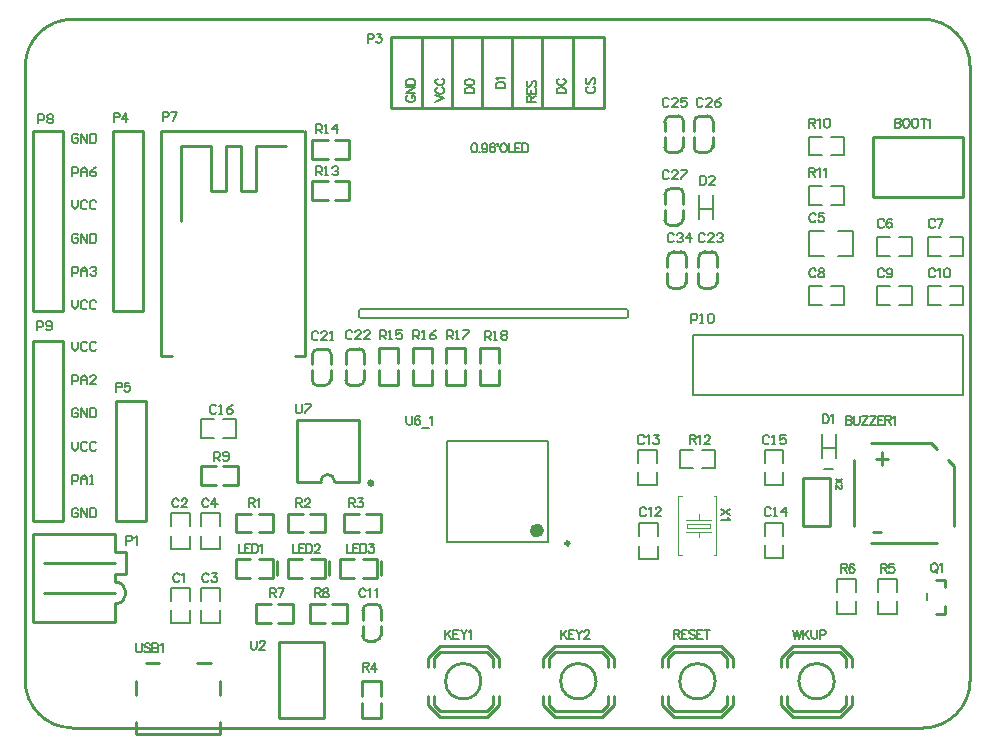
<source format=gto>
G04*
G04 #@! TF.GenerationSoftware,Altium Limited,Altium Designer,18.1.9 (240)*
G04*
G04 Layer_Color=65535*
%FSLAX25Y25*%
%MOIN*%
G70*
G01*
G75*
%ADD10C,0.01000*%
%ADD11C,0.02362*%
%ADD12C,0.01181*%
%ADD13C,0.00984*%
%ADD14C,0.00787*%
%ADD15C,0.00400*%
%ADD16C,0.00394*%
%ADD17C,0.00787*%
%ADD18C,0.00600*%
D10*
X103638Y83238D02*
G03*
X98992Y83238I-2323J176D01*
G01*
X116474Y82844D02*
G03*
X116474Y82844I-750J0D01*
G01*
X152440Y16786D02*
G03*
X152440Y16786I-5912J0D01*
G01*
X190823D02*
G03*
X190823Y16786I-5912J0D01*
G01*
X230521Y16786D02*
G03*
X230521Y16786I-5912J0D01*
G01*
X270219Y16786D02*
G03*
X270219Y16786I-5912J0D01*
G01*
X30520Y42575D02*
G03*
X30520Y49858I-60J3641D01*
G01*
X109228Y83198D02*
X111787Y83199D01*
X103638D02*
X109228D01*
X93480D02*
X98992D01*
X90960Y83198D02*
Y103946D01*
X111787D01*
Y83199D02*
Y103946D01*
X90960Y83199D02*
X93480D01*
X304005Y50662D02*
X307214D01*
Y48064D02*
Y50662D01*
Y39166D02*
Y41764D01*
Y39166D02*
Y41764D01*
Y39166D02*
Y41764D01*
X304005Y39166D02*
X307214D01*
X46039Y200039D02*
X93283D01*
X45839Y125236D02*
Y200039D01*
Y125236D02*
X49339D01*
X93839D02*
Y200039D01*
X90339Y125236D02*
X93839D01*
X77339Y195236D02*
X87339D01*
X77339Y180236D02*
Y195236D01*
X72339Y180236D02*
X77339D01*
X72339D02*
Y195236D01*
X67339D02*
X72339D01*
X67339Y180236D02*
Y195236D01*
X62339Y180236D02*
X67339D01*
X62339D02*
Y195236D01*
X52339D02*
X62339D01*
X52339Y170236D02*
Y195236D01*
X122557Y231551D02*
X193423D01*
X122557Y207929D02*
X193423D01*
X122557D02*
Y231551D01*
X193423Y207929D02*
Y231551D01*
X182992Y207929D02*
Y231550D01*
X172913Y207929D02*
Y231550D01*
X162913Y207929D02*
Y231550D01*
X152913Y207929D02*
Y231550D01*
X142913Y207929D02*
Y231550D01*
X132913Y207929D02*
Y231550D01*
X136677Y8918D02*
Y11945D01*
Y21639D02*
Y24666D01*
Y8918D02*
X138646Y6949D01*
X154394D01*
X156362Y8918D01*
Y11945D01*
Y21639D02*
Y24666D01*
X154394Y26634D02*
X156362Y24666D01*
X138646Y26634D02*
X154394D01*
X134710Y8912D02*
X138650Y4982D01*
X154400D01*
X158330Y8912D01*
X154400Y28602D02*
X158330Y24662D01*
X140610Y28602D02*
X154400D01*
X158330Y21639D02*
Y24662D01*
Y8912D02*
Y11945D01*
X134710Y8912D02*
Y11945D01*
Y21639D02*
Y24242D01*
X138640Y28602D02*
X140610D01*
X134710Y24662D02*
X138640Y28602D01*
X136677Y24666D02*
X138646Y26634D01*
X175061Y8918D02*
Y11945D01*
Y21639D02*
Y24666D01*
Y8918D02*
X177029Y6949D01*
X192777D01*
X194746Y8918D01*
Y11945D01*
Y21639D02*
Y24666D01*
X192777Y26634D02*
X194746Y24666D01*
X177029Y26634D02*
X192777D01*
X173093Y8912D02*
X177033Y4982D01*
X192783D01*
X196713Y8912D01*
X192783Y28602D02*
X196713Y24662D01*
X178993Y28602D02*
X192783D01*
X196713Y21639D02*
Y24662D01*
Y8912D02*
Y11945D01*
X173093Y8912D02*
Y11945D01*
Y21639D02*
Y24242D01*
X177023Y28602D02*
X178993D01*
X173093Y24662D02*
X177023Y28602D01*
X175061Y24666D02*
X177029Y26634D01*
X214759Y8918D02*
Y11945D01*
Y21639D02*
Y24666D01*
Y8918D02*
X216727Y6949D01*
X232475D01*
X234444Y8918D01*
Y11945D01*
Y21639D02*
Y24666D01*
X232475Y26634D02*
X234444Y24666D01*
X216727Y26634D02*
X232475D01*
X212791Y8912D02*
X216731Y4982D01*
X232481D01*
X236411Y8912D01*
X232481Y28602D02*
X236411Y24662D01*
X218691Y28602D02*
X232481D01*
X236411Y21639D02*
Y24662D01*
Y8912D02*
Y11945D01*
X212791Y8912D02*
Y11945D01*
Y21639D02*
Y24242D01*
X216721Y28602D02*
X218691D01*
X212791Y24662D02*
X216721Y28602D01*
X214759Y24666D02*
X216727Y26634D01*
X254457Y8918D02*
Y11945D01*
Y21639D02*
Y24666D01*
Y8918D02*
X256425Y6949D01*
X272173D01*
X274142Y8918D01*
Y11945D01*
Y21639D02*
Y24666D01*
X272173Y26634D02*
X274142Y24666D01*
X256425Y26634D02*
X272173D01*
X252489Y8912D02*
X256429Y4982D01*
X272179D01*
X276109Y8912D01*
X272179Y28602D02*
X276109Y24662D01*
X258389Y28602D02*
X272179D01*
X276109Y21639D02*
Y24662D01*
Y8912D02*
Y11945D01*
X252489Y8912D02*
Y11945D01*
Y21639D02*
Y24242D01*
X256419Y28602D02*
X258389D01*
X252489Y24662D02*
X256419Y28602D01*
X254457Y24666D02*
X256425Y26634D01*
X65594Y12261D02*
Y16937D01*
Y-656D02*
Y3355D01*
X37445Y12261D02*
Y16937D01*
Y-656D02*
Y3355D01*
X40688Y23006D02*
X45252D01*
X57787D02*
X62351D01*
X37445Y-656D02*
X65594D01*
X283089Y66482D02*
X285689D01*
X302389Y96215D02*
X304393Y94202D01*
X282466Y96215D02*
X302389Y96215D01*
X282466Y62750D02*
X304513D01*
X310189Y88382D02*
X310222Y68459D01*
X276757D02*
Y90506D01*
X308194Y90386D02*
X310189Y88382D01*
X284089Y90882D02*
X288089D01*
X285989Y88782D02*
Y93083D01*
X30520Y59897D02*
X34260D01*
Y52614D02*
Y59897D01*
X30520Y52614D02*
X34260D01*
X30520Y59897D02*
Y66000D01*
Y49858D02*
Y51236D01*
Y52614D01*
Y36472D02*
Y42575D01*
X6898Y56354D02*
X30520D01*
X6898Y46118D02*
X30520D01*
X2961Y36472D02*
Y66000D01*
Y36472D02*
X30520D01*
X2961Y66000D02*
X30520D01*
X39878Y140252D02*
Y190252D01*
X29878Y140252D02*
X39878D01*
X29878D02*
Y200252D01*
X39878D01*
Y190252D02*
Y200252D01*
X2961Y80236D02*
Y130236D01*
X12961D01*
Y70236D02*
Y130236D01*
X2961Y70236D02*
X12961D01*
X2961D02*
Y80236D01*
X12961Y140252D02*
Y190252D01*
X2961Y140252D02*
X12961D01*
X2961D02*
Y200252D01*
X12961D01*
Y190252D02*
Y200252D01*
X30760Y70236D02*
X40760D01*
Y110236D01*
X30760D02*
X40760D01*
X30760Y70236D02*
Y110236D01*
X284074Y178236D02*
X313074D01*
X283074D02*
X284074D01*
X283074D02*
Y179236D01*
Y198236D01*
X313074Y178236D02*
Y198236D01*
X283074D02*
X313074D01*
X268620Y68492D02*
Y84492D01*
X259620Y68492D02*
X268620D01*
X259620D02*
Y84492D01*
X268620D01*
X100098Y4531D02*
Y29728D01*
X85138Y4531D02*
X100098D01*
X85138D02*
Y29728D01*
X100098D01*
X299720Y1236D02*
G03*
X315480Y16978I9J15751D01*
G01*
X315480Y221709D02*
G03*
X299720Y237457I-15754J-6D01*
G01*
X16319D02*
G03*
X520Y221709I-26J-15774D01*
G01*
X520Y16937D02*
G03*
X16268Y1236I15725J23D01*
G01*
X520Y16937D02*
Y221709D01*
X16319Y237457D02*
X299720D01*
X315480Y16978D02*
Y222236D01*
X16268Y1236D02*
X299720D01*
D11*
X169910Y66986D02*
G03*
X169910Y67006I1181J10D01*
G01*
D12*
X180640Y62656D02*
G03*
X180640Y62666I591J5D01*
G01*
D13*
X213681Y194638D02*
G03*
X215281Y193038I1600J0D01*
G01*
X217781D02*
G03*
X219881Y195138I0J2100D01*
G01*
Y203638D02*
G03*
X218281Y205238I-1600J0D01*
G01*
X215781D02*
G03*
X213681Y203138I0J-2100D01*
G01*
X223469Y194638D02*
G03*
X225069Y193038I1600J0D01*
G01*
X227570D02*
G03*
X229669Y195138I0J2100D01*
G01*
Y203638D02*
G03*
X228069Y205238I-1600J0D01*
G01*
X225570D02*
G03*
X223469Y203138I0J-2100D01*
G01*
X213681Y170455D02*
G03*
X215281Y168855I1600J0D01*
G01*
X217781D02*
G03*
X219881Y170955I0J2100D01*
G01*
Y179455D02*
G03*
X218281Y181055I-1600J0D01*
G01*
X215781D02*
G03*
X213681Y178955I0J-2100D01*
G01*
X96218Y116976D02*
G03*
X97817Y115376I1600J0D01*
G01*
X100318D02*
G03*
X102418Y117476I0J2100D01*
G01*
Y125976D02*
G03*
X100818Y127576I-1600J0D01*
G01*
X98317D02*
G03*
X96218Y125476I0J-2100D01*
G01*
X113593Y125976D02*
G03*
X111993Y127576I-1600J0D01*
G01*
X109493D02*
G03*
X107393Y125476I0J-2100D01*
G01*
Y116976D02*
G03*
X108993Y115376I1600J0D01*
G01*
X111493D02*
G03*
X113593Y117476I0J2100D01*
G01*
X214604Y149373D02*
G03*
X216204Y147774I1600J0D01*
G01*
X218704D02*
G03*
X220804Y149873I0J2100D01*
G01*
Y158373D02*
G03*
X219204Y159974I-1600J0D01*
G01*
X216704D02*
G03*
X214604Y157873I0J-2100D01*
G01*
X224949Y149373D02*
G03*
X226549Y147774I1600J0D01*
G01*
X229048D02*
G03*
X231149Y149873I0J2100D01*
G01*
Y158373D02*
G03*
X229549Y159974I-1600J0D01*
G01*
X227048D02*
G03*
X224949Y157873I0J-2100D01*
G01*
X119172Y40840D02*
G03*
X117572Y42440I-1600J0D01*
G01*
X115072D02*
G03*
X112972Y40340I0J-2100D01*
G01*
Y31840D02*
G03*
X114572Y30240I1600J0D01*
G01*
X117072D02*
G03*
X119172Y32340I0J2100D01*
G01*
X101236Y190989D02*
X101298D01*
X96266D02*
X101236D01*
X96266D02*
Y197289D01*
X101298D01*
X103668Y190989D02*
X108605D01*
Y197289D01*
X103668D02*
X108605D01*
X66560Y88386D02*
X71497D01*
Y82086D02*
Y88386D01*
X66560Y82086D02*
X71497D01*
X59158Y88386D02*
X64190D01*
X59158Y82086D02*
Y88386D01*
Y82086D02*
X64128D01*
X64190D01*
X152094Y122778D02*
Y127715D01*
X158394D01*
Y122778D02*
Y127715D01*
X152094Y115376D02*
Y120408D01*
Y115376D02*
X158394D01*
Y120346D01*
Y120408D01*
X213681Y198038D02*
Y198138D01*
Y194638D02*
Y198038D01*
X215281Y193038D02*
X217981D01*
X219881Y194938D02*
Y198138D01*
Y200138D02*
Y200238D01*
Y203638D01*
X215581Y205238D02*
X218281D01*
X213681Y200138D02*
Y203338D01*
X223470Y198038D02*
Y198138D01*
Y194638D02*
Y198038D01*
X225070Y193038D02*
X227770D01*
X229670Y194938D02*
Y198138D01*
Y200138D02*
Y200238D01*
Y203638D01*
X225370Y205238D02*
X228070D01*
X223470Y200138D02*
Y203338D01*
X213681Y173855D02*
Y173955D01*
Y170455D02*
Y173855D01*
X215281Y168855D02*
X217981D01*
X219881Y170755D02*
Y173955D01*
Y175955D02*
Y176055D01*
Y179455D01*
X215581Y181055D02*
X218281D01*
X213681Y175955D02*
Y179155D01*
X96217Y120376D02*
Y120476D01*
Y116976D02*
Y120376D01*
X97817Y115376D02*
X100517D01*
X102417Y117276D02*
Y120476D01*
Y122476D02*
Y122576D01*
Y125976D01*
X98117Y127576D02*
X100817D01*
X96217Y122476D02*
Y125676D01*
X103668Y183520D02*
X108605D01*
Y177220D02*
Y183520D01*
X103668Y177220D02*
X108605D01*
X96266Y183520D02*
X101298D01*
X96266Y177220D02*
Y183520D01*
Y177220D02*
X101236D01*
X101298D01*
X118568Y122778D02*
Y127715D01*
X124868D01*
Y122778D02*
Y127715D01*
X118568Y115376D02*
Y120408D01*
Y115376D02*
X124868D01*
Y120346D01*
Y120408D01*
X113593Y122476D02*
Y122576D01*
Y125976D01*
X109293Y127576D02*
X111993D01*
X107393Y122476D02*
Y125676D01*
Y120376D02*
Y120476D01*
Y116976D02*
Y120376D01*
X108993Y115376D02*
X111693D01*
X113593Y117276D02*
Y120476D01*
X140919Y122778D02*
Y127715D01*
X147219D01*
Y122778D02*
Y127715D01*
X140919Y115376D02*
Y120408D01*
Y115376D02*
X147219D01*
Y120346D01*
Y120408D01*
X129743Y122778D02*
Y127715D01*
X136043D01*
Y122778D02*
Y127715D01*
X129743Y115376D02*
Y120408D01*
Y115376D02*
X136043D01*
Y120346D01*
Y120408D01*
X214604Y152774D02*
Y152874D01*
Y149374D02*
Y152774D01*
X216204Y147774D02*
X218904D01*
X220804Y149674D02*
Y152874D01*
Y154874D02*
Y154974D01*
Y158374D01*
X216504Y159974D02*
X219204D01*
X214604Y154874D02*
Y158074D01*
X224949Y152774D02*
Y152874D01*
Y149374D02*
Y152774D01*
X226549Y147774D02*
X229249D01*
X231149Y149674D02*
Y152874D01*
Y154874D02*
Y154974D01*
Y158374D01*
X226849Y159974D02*
X229549D01*
X224949Y154874D02*
Y158074D01*
X78301Y72688D02*
X83238D01*
Y66388D02*
Y72688D01*
X78301Y66388D02*
X83238D01*
X70899Y72688D02*
X75931D01*
X70899Y66388D02*
Y72688D01*
Y66388D02*
X75869D01*
X75931D01*
X88217D02*
X93154D01*
X88217D02*
Y72688D01*
X93154D01*
X95524Y66388D02*
X100556D01*
Y72688D01*
X95586D02*
X100556D01*
X95524D02*
X95586D01*
X114235D02*
X119172D01*
Y66388D02*
Y72688D01*
X114235Y66388D02*
X119172D01*
X106833Y72688D02*
X111865D01*
X106833Y66388D02*
Y72688D01*
Y66388D02*
X111803D01*
X111865D01*
X112872Y11925D02*
Y16862D01*
X119172D01*
Y11925D02*
Y16862D01*
X112872Y4523D02*
Y9555D01*
Y4523D02*
X119172D01*
Y9493D01*
Y9555D01*
X84771Y42440D02*
X89708D01*
Y36140D02*
Y42440D01*
X84771Y36140D02*
X89708D01*
X77369Y42440D02*
X82401D01*
X77369Y36140D02*
Y42440D01*
Y36140D02*
X82339D01*
X82401D01*
X95370D02*
X100307D01*
X95370D02*
Y42440D01*
X100307D01*
X102677Y36140D02*
X107709D01*
Y42440D01*
X102739D02*
X107709D01*
X102677D02*
X102739D01*
X84537Y52250D02*
Y56850D01*
X70899Y51321D02*
X75462D01*
X70899D02*
Y57621D01*
X75462D01*
X78612Y51321D02*
X83238D01*
Y57621D01*
X78815D02*
X83238D01*
X78612D02*
X78815D01*
X101855Y52250D02*
Y56850D01*
X88217Y51321D02*
X92780D01*
X88217D02*
Y57621D01*
X92780D01*
X95930Y51321D02*
X100556D01*
Y57621D01*
X96133D02*
X100556D01*
X95930D02*
X96133D01*
X119172Y52250D02*
Y56850D01*
X105534Y51321D02*
X110097D01*
X105534D02*
Y57621D01*
X110097D01*
X113247Y51321D02*
X117873D01*
Y57621D01*
X113450D02*
X117873D01*
X113247D02*
X113450D01*
X119172Y37340D02*
Y37440D01*
Y40840D01*
X114872Y42440D02*
X117572D01*
X112972Y37340D02*
Y40540D01*
Y35240D02*
Y35340D01*
Y31840D02*
Y35240D01*
X114572Y30240D02*
X117272D01*
X119172Y32140D02*
Y35340D01*
D14*
X301112Y43733D02*
Y46095D01*
X291071Y39059D02*
Y43390D01*
X288708Y39059D02*
X291071D01*
X284771D02*
X288708D01*
X284771D02*
Y43390D01*
X291071Y46539D02*
Y50870D01*
X284771D02*
X291071D01*
X284771Y46539D02*
Y50870D01*
X211142Y82200D02*
Y86531D01*
X208779Y82200D02*
X211142D01*
X204842D02*
X208779D01*
X204842D02*
Y86531D01*
X211142Y89680D02*
Y94011D01*
X204842D02*
X211142D01*
X204842Y89680D02*
Y94011D01*
X218642Y87711D02*
X222973D01*
X218642D02*
Y90074D01*
Y94011D01*
X222973D01*
X226122Y87711D02*
X230453D01*
Y94011D01*
X226122D02*
X230453D01*
X253270Y82200D02*
Y86531D01*
X250907Y82200D02*
X253270D01*
X246970D02*
X250907D01*
X246970D02*
Y86531D01*
X253270Y89680D02*
Y94011D01*
X246970D02*
X253270D01*
X246970Y89680D02*
Y94011D01*
Y65184D02*
Y69515D01*
X249333D01*
X253270D01*
Y65184D02*
Y69515D01*
X246970Y57704D02*
Y62035D01*
Y57704D02*
X253270D01*
Y62035D01*
X141268Y63244D02*
X174732D01*
Y96709D01*
X141268D02*
X174732D01*
X141268Y63244D02*
Y96709D01*
X270992Y46539D02*
Y50870D01*
X277292D01*
Y46539D02*
Y50870D01*
X270992Y39059D02*
Y43390D01*
Y39059D02*
X274929D01*
X277292D01*
Y43390D01*
X59060Y97753D02*
X63391D01*
X59060D02*
Y104053D01*
X63391D01*
X66540Y97753D02*
X70871D01*
Y101690D01*
Y104053D01*
X66540D02*
X70871D01*
X225208Y174172D02*
X229932D01*
X225208Y170826D02*
Y178700D01*
X229932Y170826D02*
Y178700D01*
X266158Y94640D02*
X270882D01*
X266158Y91294D02*
Y99168D01*
X270882Y91294D02*
Y99168D01*
X55360Y36042D02*
Y40373D01*
X49060Y36042D02*
X55360D01*
X49060D02*
Y40373D01*
X55360Y43522D02*
Y47853D01*
X51423D02*
X55360D01*
X49060D02*
X51423D01*
X49060Y43522D02*
Y47853D01*
X55360Y60976D02*
Y65307D01*
X49060Y60976D02*
X55360D01*
X49060D02*
Y65307D01*
X55360Y68456D02*
Y72787D01*
X51423D02*
X55360D01*
X49060D02*
X51423D01*
X49060Y68456D02*
Y72787D01*
X308850Y148386D02*
X313181D01*
Y142086D02*
Y148386D01*
X308850Y142086D02*
X313181D01*
X301370Y148386D02*
X305701D01*
X301370Y144449D02*
Y148386D01*
Y142086D02*
Y144449D01*
Y142086D02*
X305701D01*
X291864Y164956D02*
X296195D01*
Y158656D02*
Y164956D01*
X291864Y158656D02*
X296195D01*
X284384Y164956D02*
X288715D01*
X284384Y161019D02*
Y164956D01*
Y158656D02*
Y161019D01*
Y158656D02*
X288715D01*
X205150Y65174D02*
Y69505D01*
X211450D01*
Y65174D02*
Y69505D01*
X205150Y57694D02*
Y62025D01*
Y57694D02*
X209087D01*
X211450D01*
Y62025D01*
X65408Y36042D02*
Y40373D01*
X59108Y36042D02*
X65408D01*
X59108D02*
Y40373D01*
X65408Y43522D02*
Y47853D01*
X61471D02*
X65408D01*
X59108D02*
X61471D01*
X59108Y43522D02*
Y47853D01*
X65360Y60976D02*
Y65307D01*
X59060Y60976D02*
X65360D01*
X59060D02*
Y65307D01*
X65360Y68456D02*
Y72787D01*
X61423D02*
X65360D01*
X59060D02*
X61423D01*
X59060Y68456D02*
Y72787D01*
X269233Y148386D02*
X273564D01*
Y142086D02*
Y148386D01*
X269233Y142086D02*
X273564D01*
X261753Y148386D02*
X266084D01*
X261753Y144449D02*
Y148386D01*
Y142086D02*
Y144449D01*
Y142086D02*
X266084D01*
X269233Y198343D02*
X273564D01*
Y192043D02*
Y198343D01*
X269233Y192043D02*
X273564D01*
X261753Y198343D02*
X266084D01*
X261753Y194406D02*
Y198343D01*
Y192043D02*
Y194406D01*
Y192043D02*
X266084D01*
X269233Y181805D02*
X273564D01*
Y175505D02*
Y181805D01*
X269233Y175505D02*
X273564D01*
X261753Y181805D02*
X266084D01*
X261753Y177868D02*
Y181805D01*
Y175505D02*
Y177868D01*
Y175505D02*
X266084D01*
X308850Y164956D02*
X313181D01*
Y158656D02*
Y164956D01*
X308850Y158656D02*
X313181D01*
X301370Y164956D02*
X305701D01*
X301370Y161019D02*
Y164956D01*
Y158656D02*
Y161019D01*
Y158656D02*
X305701D01*
X291864Y148386D02*
X296195D01*
Y142086D02*
Y148386D01*
X291864Y142086D02*
X296195D01*
X284384Y148386D02*
X288715D01*
X284384Y144449D02*
Y148386D01*
Y142086D02*
Y144449D01*
Y142086D02*
X288715D01*
X223181Y132300D02*
X313181D01*
X223181Y112300D02*
X313181D01*
Y132300D01*
X223181Y112300D02*
Y132300D01*
D15*
X218111Y78664D02*
X219353D01*
X230021D02*
X230785D01*
X218111Y58974D02*
X219349D01*
X230017D02*
X230785D01*
Y78664D01*
X218111Y58988D02*
Y78668D01*
D16*
X225116Y65019D02*
Y66200D01*
X220785Y66594D02*
X229053D01*
X228659Y67775D02*
Y69350D01*
X221179Y67775D02*
X228659D01*
X221179D02*
Y69350D01*
X228659D01*
X220785Y70531D02*
X229053D01*
X225116Y70924D02*
Y72499D01*
D17*
X271407Y158656D02*
X276604D01*
Y166806D01*
X271407D02*
X276604D01*
X261753Y158656D02*
X266950D01*
X261753D02*
Y166806D01*
X266950D01*
D18*
X18263Y107251D02*
X17763Y107751D01*
X16764D01*
X16264Y107251D01*
Y105252D01*
X16764Y104752D01*
X17763D01*
X18263Y105252D01*
Y106251D01*
X17264D01*
X19263Y104752D02*
Y107751D01*
X21262Y104752D01*
Y107751D01*
X22262D02*
Y104752D01*
X23761D01*
X24261Y105252D01*
Y107251D01*
X23761Y107751D01*
X22262D01*
X16264Y143801D02*
Y141802D01*
X17264Y140802D01*
X18263Y141802D01*
Y143801D01*
X21262Y143301D02*
X20762Y143801D01*
X19763D01*
X19263Y143301D01*
Y141302D01*
X19763Y140802D01*
X20762D01*
X21262Y141302D01*
X24261Y143301D02*
X23761Y143801D01*
X22762D01*
X22262Y143301D01*
Y141302D01*
X22762Y140802D01*
X23761D01*
X24261Y141302D01*
X16264Y82561D02*
Y85560D01*
X17763D01*
X18263Y85061D01*
Y84061D01*
X17763Y83561D01*
X16264D01*
X19263Y82561D02*
Y84561D01*
X20263Y85560D01*
X21262Y84561D01*
Y82561D01*
Y84061D01*
X19263D01*
X22262Y82561D02*
X23261D01*
X22762D01*
Y85560D01*
X22262Y85061D01*
X16264Y129941D02*
Y127942D01*
X17264Y126942D01*
X18263Y127942D01*
Y129941D01*
X21262Y129441D02*
X20762Y129941D01*
X19763D01*
X19263Y129441D01*
Y127442D01*
X19763Y126942D01*
X20762D01*
X21262Y127442D01*
X24261Y129441D02*
X23761Y129941D01*
X22762D01*
X22262Y129441D01*
Y127442D01*
X22762Y126942D01*
X23761D01*
X24261Y127442D01*
X16264Y96656D02*
Y94656D01*
X17264Y93656D01*
X18263Y94656D01*
Y96656D01*
X21262Y96156D02*
X20762Y96656D01*
X19763D01*
X19263Y96156D01*
Y94156D01*
X19763Y93656D01*
X20762D01*
X21262Y94156D01*
X24261Y96156D02*
X23761Y96656D01*
X22762D01*
X22262Y96156D01*
Y94156D01*
X22762Y93656D01*
X23761D01*
X24261Y94156D01*
X16264Y115847D02*
Y118846D01*
X17763D01*
X18263Y118346D01*
Y117347D01*
X17763Y116847D01*
X16264D01*
X19263Y115847D02*
Y117846D01*
X20263Y118846D01*
X21262Y117846D01*
Y115847D01*
Y117347D01*
X19263D01*
X24261Y115847D02*
X22262D01*
X24261Y117846D01*
Y118346D01*
X23761Y118846D01*
X22762D01*
X22262Y118346D01*
X16264Y177086D02*
Y175087D01*
X17264Y174087D01*
X18263Y175087D01*
Y177086D01*
X21262Y176587D02*
X20762Y177086D01*
X19763D01*
X19263Y176587D01*
Y174587D01*
X19763Y174087D01*
X20762D01*
X21262Y174587D01*
X24261Y176587D02*
X23761Y177086D01*
X22762D01*
X22262Y176587D01*
Y174587D01*
X22762Y174087D01*
X23761D01*
X24261Y174587D01*
X18263Y198777D02*
X17763Y199277D01*
X16764D01*
X16264Y198777D01*
Y196778D01*
X16764Y196278D01*
X17763D01*
X18263Y196778D01*
Y197777D01*
X17264D01*
X19263Y196278D02*
Y199277D01*
X21262Y196278D01*
Y199277D01*
X22262D02*
Y196278D01*
X23761D01*
X24261Y196778D01*
Y198777D01*
X23761Y199277D01*
X22262D01*
X16264Y151897D02*
Y154896D01*
X17763D01*
X18263Y154396D01*
Y153396D01*
X17763Y152897D01*
X16264D01*
X19263Y151897D02*
Y153896D01*
X20263Y154896D01*
X21262Y153896D01*
Y151897D01*
Y153396D01*
X19263D01*
X22262Y154396D02*
X22762Y154896D01*
X23761D01*
X24261Y154396D01*
Y153896D01*
X23761Y153396D01*
X23261D01*
X23761D01*
X24261Y152897D01*
Y152397D01*
X23761Y151897D01*
X22762D01*
X22262Y152397D01*
X269920Y87412D02*
X266921D01*
X18263Y165491D02*
X17763Y165991D01*
X16764D01*
X16264Y165491D01*
Y163492D01*
X16764Y162992D01*
X17763D01*
X18263Y163492D01*
Y164492D01*
X17264D01*
X19263Y162992D02*
Y165991D01*
X21262Y162992D01*
Y165991D01*
X22262D02*
Y162992D01*
X23761D01*
X24261Y163492D01*
Y165491D01*
X23761Y165991D01*
X22262D01*
X16264Y185183D02*
Y188182D01*
X17763D01*
X18263Y187682D01*
Y186682D01*
X17763Y186182D01*
X16264D01*
X19263Y185183D02*
Y187182D01*
X20263Y188182D01*
X21262Y187182D01*
Y185183D01*
Y186682D01*
X19263D01*
X24261Y188182D02*
X23261Y187682D01*
X22262Y186682D01*
Y185682D01*
X22762Y185183D01*
X23761D01*
X24261Y185682D01*
Y186182D01*
X23761Y186682D01*
X22262D01*
X18263Y73965D02*
X17763Y74465D01*
X16764D01*
X16264Y73965D01*
Y71966D01*
X16764Y71466D01*
X17763D01*
X18263Y71966D01*
Y72966D01*
X17264D01*
X19263Y71466D02*
Y74465D01*
X21262Y71466D01*
Y74465D01*
X22262D02*
Y71466D01*
X23761D01*
X24261Y71966D01*
Y73965D01*
X23761Y74465D01*
X22262D01*
X149999Y196037D02*
X149570Y195894D01*
X149285Y195466D01*
X149142Y194752D01*
Y194323D01*
X149285Y193609D01*
X149570Y193180D01*
X149999Y193038D01*
X150285D01*
X150713Y193180D01*
X150999Y193609D01*
X151142Y194323D01*
Y194752D01*
X150999Y195466D01*
X150713Y195894D01*
X150285Y196037D01*
X149999D01*
X151956Y193323D02*
X151813Y193180D01*
X151956Y193038D01*
X152098Y193180D01*
X151956Y193323D01*
X154612Y195037D02*
X154469Y194609D01*
X154184Y194323D01*
X153755Y194180D01*
X153612D01*
X153184Y194323D01*
X152898Y194609D01*
X152755Y195037D01*
Y195180D01*
X152898Y195608D01*
X153184Y195894D01*
X153612Y196037D01*
X153755D01*
X154184Y195894D01*
X154469Y195608D01*
X154612Y195037D01*
Y194323D01*
X154469Y193609D01*
X154184Y193180D01*
X153755Y193038D01*
X153470D01*
X153041Y193180D01*
X152898Y193466D01*
X157140Y195608D02*
X156997Y195894D01*
X156569Y196037D01*
X156283D01*
X155855Y195894D01*
X155569Y195466D01*
X155426Y194752D01*
Y194037D01*
X155569Y193466D01*
X155855Y193180D01*
X156283Y193038D01*
X156426D01*
X156855Y193180D01*
X157140Y193466D01*
X157283Y193895D01*
Y194037D01*
X157140Y194466D01*
X156855Y194752D01*
X156426Y194894D01*
X156283D01*
X155855Y194752D01*
X155569Y194466D01*
X155426Y194037D01*
X158083Y195751D02*
X157940Y195894D01*
X158083Y196037D01*
X158226Y195894D01*
Y195608D01*
X158083Y195323D01*
X157940Y195180D01*
X159740Y196037D02*
X159454Y195894D01*
X159168Y195608D01*
X159026Y195323D01*
X158883Y194894D01*
Y194180D01*
X159026Y193752D01*
X159168Y193466D01*
X159454Y193180D01*
X159740Y193038D01*
X160311D01*
X160597Y193180D01*
X160882Y193466D01*
X161025Y193752D01*
X161168Y194180D01*
Y194894D01*
X161025Y195323D01*
X160882Y195608D01*
X160597Y195894D01*
X160311Y196037D01*
X159740D01*
X161868D02*
Y193038D01*
X163582D01*
X165767Y196037D02*
X163910D01*
Y193038D01*
X165767D01*
X163910Y194609D02*
X165053D01*
X166267Y196037D02*
Y193038D01*
Y196037D02*
X167267D01*
X167695Y195894D01*
X167981Y195608D01*
X168124Y195323D01*
X168266Y194894D01*
Y194180D01*
X168124Y193752D01*
X167981Y193466D01*
X167695Y193180D01*
X167267Y193038D01*
X166267D01*
X128143Y212038D02*
X127857Y211895D01*
X127572Y211610D01*
X127429Y211324D01*
Y210753D01*
X127572Y210467D01*
X127857Y210181D01*
X128143Y210038D01*
X128572Y209896D01*
X129286D01*
X129714Y210038D01*
X130000Y210181D01*
X130286Y210467D01*
X130428Y210753D01*
Y211324D01*
X130286Y211610D01*
X130000Y211895D01*
X129714Y212038D01*
X129286D01*
Y211324D02*
Y212038D01*
X127429Y212724D02*
X130428D01*
X127429D02*
X130428Y214723D01*
X127429D02*
X130428D01*
X127429Y215552D02*
X130428D01*
X127429D02*
Y216551D01*
X127572Y216980D01*
X127857Y217266D01*
X128143Y217408D01*
X128572Y217551D01*
X129286D01*
X129714Y217408D01*
X130000Y217266D01*
X130286Y216980D01*
X130428Y216551D01*
Y215552D01*
X137279Y209896D02*
X140278Y211038D01*
X137279Y212181D02*
X140278Y211038D01*
X137993Y214709D02*
X137707Y214566D01*
X137422Y214281D01*
X137279Y213995D01*
Y213423D01*
X137422Y213138D01*
X137707Y212852D01*
X137993Y212709D01*
X138422Y212566D01*
X139136D01*
X139564Y212709D01*
X139850Y212852D01*
X140136Y213138D01*
X140278Y213423D01*
Y213995D01*
X140136Y214281D01*
X139850Y214566D01*
X139564Y214709D01*
X137993Y217694D02*
X137707Y217551D01*
X137422Y217266D01*
X137279Y216980D01*
Y216409D01*
X137422Y216123D01*
X137707Y215837D01*
X137993Y215694D01*
X138422Y215552D01*
X139136D01*
X139564Y215694D01*
X139850Y215837D01*
X140136Y216123D01*
X140278Y216409D01*
Y216980D01*
X140136Y217266D01*
X139850Y217551D01*
X139564Y217694D01*
X147119Y212836D02*
X150118D01*
X147119D02*
Y213836D01*
X147262Y214264D01*
X147547Y214550D01*
X147833Y214692D01*
X148262Y214835D01*
X148976D01*
X149404Y214692D01*
X149690Y214550D01*
X149976Y214264D01*
X150118Y213836D01*
Y212836D01*
X147119Y216364D02*
X147262Y215935D01*
X147690Y215649D01*
X148405Y215507D01*
X148833D01*
X149547Y215649D01*
X149976Y215935D01*
X150118Y216364D01*
Y216649D01*
X149976Y217078D01*
X149547Y217363D01*
X148833Y217506D01*
X148405D01*
X147690Y217363D01*
X147262Y217078D01*
X147119Y216649D01*
Y216364D01*
X177629Y212836D02*
X180628D01*
X177629D02*
Y213836D01*
X177772Y214264D01*
X178058Y214550D01*
X178343Y214692D01*
X178772Y214835D01*
X179486D01*
X179914Y214692D01*
X180200Y214550D01*
X180486Y214264D01*
X180628Y213836D01*
Y212836D01*
X178343Y217649D02*
X178058Y217506D01*
X177772Y217220D01*
X177629Y216935D01*
Y216364D01*
X177772Y216078D01*
X178058Y215792D01*
X178343Y215649D01*
X178772Y215507D01*
X179486D01*
X179914Y215649D01*
X180200Y215792D01*
X180486Y216078D01*
X180628Y216364D01*
Y216935D01*
X180486Y217220D01*
X180200Y217506D01*
X179914Y217649D01*
X157459Y214626D02*
X160458D01*
X157459D02*
Y215626D01*
X157602Y216054D01*
X157887Y216340D01*
X158173Y216482D01*
X158602Y216625D01*
X159316D01*
X159744Y216482D01*
X160030Y216340D01*
X160316Y216054D01*
X160458Y215626D01*
Y214626D01*
X158030Y217297D02*
X157887Y217582D01*
X157459Y218011D01*
X160458D01*
X167789Y209896D02*
X170788D01*
X167789D02*
Y211181D01*
X167932Y211610D01*
X168075Y211752D01*
X168360Y211895D01*
X168646D01*
X168932Y211752D01*
X169074Y211610D01*
X169217Y211181D01*
Y209896D01*
Y210895D02*
X170788Y211895D01*
X167789Y214423D02*
Y212566D01*
X170788D01*
Y214423D01*
X169217Y212566D02*
Y213709D01*
X168218Y216923D02*
X167932Y216637D01*
X167789Y216209D01*
Y215637D01*
X167932Y215209D01*
X168218Y214923D01*
X168503D01*
X168789Y215066D01*
X168932Y215209D01*
X169074Y215494D01*
X169360Y216351D01*
X169503Y216637D01*
X169646Y216780D01*
X169931Y216923D01*
X170360D01*
X170646Y216637D01*
X170788Y216209D01*
Y215637D01*
X170646Y215209D01*
X170360Y214923D01*
X188183Y214978D02*
X187898Y214835D01*
X187612Y214550D01*
X187469Y214264D01*
Y213693D01*
X187612Y213407D01*
X187898Y213121D01*
X188183Y212979D01*
X188612Y212836D01*
X189326D01*
X189754Y212979D01*
X190040Y213121D01*
X190326Y213407D01*
X190468Y213693D01*
Y214264D01*
X190326Y214550D01*
X190040Y214835D01*
X189754Y214978D01*
X187898Y217820D02*
X187612Y217535D01*
X187469Y217106D01*
Y216535D01*
X187612Y216106D01*
X187898Y215821D01*
X188183D01*
X188469Y215964D01*
X188612Y216106D01*
X188754Y216392D01*
X189040Y217249D01*
X189183Y217535D01*
X189326Y217677D01*
X189611Y217820D01*
X190040D01*
X190326Y217535D01*
X190468Y217106D01*
Y216535D01*
X190326Y216106D01*
X190040Y215821D01*
X127520Y105236D02*
Y103093D01*
X127662Y102665D01*
X127948Y102379D01*
X128377Y102236D01*
X128662D01*
X129091Y102379D01*
X129376Y102665D01*
X129519Y103093D01*
Y105236D01*
X132062Y104807D02*
X131919Y105093D01*
X131490Y105236D01*
X131204D01*
X130776Y105093D01*
X130490Y104664D01*
X130348Y103950D01*
Y103236D01*
X130490Y102665D01*
X130776Y102379D01*
X131204Y102236D01*
X131347D01*
X131776Y102379D01*
X132062Y102665D01*
X132204Y103093D01*
Y103236D01*
X132062Y103665D01*
X131776Y103950D01*
X131347Y104093D01*
X131204D01*
X130776Y103950D01*
X130490Y103665D01*
X130348Y103236D01*
X132861Y101236D02*
X135146D01*
X135532Y104664D02*
X135818Y104807D01*
X136246Y105236D01*
Y102236D01*
X153653Y130628D02*
Y133627D01*
X155153D01*
X155653Y133127D01*
Y132128D01*
X155153Y131628D01*
X153653D01*
X154653D02*
X155653Y130628D01*
X156652D02*
X157652D01*
X157152D01*
Y133627D01*
X156652Y133127D01*
X159151D02*
X159651Y133627D01*
X160651D01*
X161151Y133127D01*
Y132627D01*
X160651Y132128D01*
X161151Y131628D01*
Y131128D01*
X160651Y130628D01*
X159651D01*
X159151Y131128D01*
Y131628D01*
X159651Y132128D01*
X159151Y132627D01*
Y133127D01*
X159651Y132128D02*
X160651D01*
X141020Y130804D02*
Y133803D01*
X142519D01*
X143019Y133303D01*
Y132303D01*
X142519Y131804D01*
X141020D01*
X142019D02*
X143019Y130804D01*
X144019D02*
X145018D01*
X144518D01*
Y133803D01*
X144019Y133303D01*
X146518Y133803D02*
X148517D01*
Y133303D01*
X146518Y131304D01*
Y130804D01*
X129820D02*
Y133803D01*
X131319D01*
X131819Y133303D01*
Y132303D01*
X131319Y131804D01*
X129820D01*
X130819D02*
X131819Y130804D01*
X132819D02*
X133818D01*
X133318D01*
Y133803D01*
X132819Y133303D01*
X137317Y133803D02*
X136318Y133303D01*
X135318Y132303D01*
Y131304D01*
X135818Y130804D01*
X136817D01*
X137317Y131304D01*
Y131804D01*
X136817Y132303D01*
X135318D01*
X118720Y130804D02*
Y133803D01*
X120219D01*
X120719Y133303D01*
Y132303D01*
X120219Y131804D01*
X118720D01*
X119719D02*
X120719Y130804D01*
X121719D02*
X122718D01*
X122219D01*
Y133803D01*
X121719Y133303D01*
X126217Y133803D02*
X124218D01*
Y132303D01*
X125217Y132803D01*
X125717D01*
X126217Y132303D01*
Y131304D01*
X125717Y130804D01*
X124718D01*
X124218Y131304D01*
X97436Y199504D02*
Y202503D01*
X98935D01*
X99435Y202003D01*
Y201003D01*
X98935Y200503D01*
X97436D01*
X98435D02*
X99435Y199504D01*
X100435D02*
X101434D01*
X100935D01*
Y202503D01*
X100435Y202003D01*
X104433Y199504D02*
Y202503D01*
X102934Y201003D01*
X104933D01*
X97436Y185386D02*
Y188384D01*
X98935D01*
X99435Y187885D01*
Y186885D01*
X98935Y186385D01*
X97436D01*
X98435D02*
X99435Y185386D01*
X100435D02*
X101434D01*
X100935D01*
Y188384D01*
X100435Y187885D01*
X102934D02*
X103434Y188384D01*
X104433D01*
X104933Y187885D01*
Y187385D01*
X104433Y186885D01*
X103934D01*
X104433D01*
X104933Y186385D01*
Y185885D01*
X104433Y185386D01*
X103434D01*
X102934Y185885D01*
X225420Y185303D02*
Y182304D01*
X226919D01*
X227419Y182804D01*
Y184803D01*
X226919Y185303D01*
X225420D01*
X230418Y182304D02*
X228419D01*
X230418Y184303D01*
Y184803D01*
X229918Y185303D01*
X228919D01*
X228419Y184803D01*
X216719Y165603D02*
X216219Y166103D01*
X215219D01*
X214720Y165603D01*
Y163604D01*
X215219Y163104D01*
X216219D01*
X216719Y163604D01*
X217719Y165603D02*
X218218Y166103D01*
X219218D01*
X219718Y165603D01*
Y165103D01*
X219218Y164603D01*
X218718D01*
X219218D01*
X219718Y164103D01*
Y163604D01*
X219218Y163104D01*
X218218D01*
X217719Y163604D01*
X222217Y163104D02*
Y166103D01*
X220718Y164603D01*
X222717D01*
X215004Y186645D02*
X214504Y187144D01*
X213505D01*
X213005Y186645D01*
Y184645D01*
X213505Y184145D01*
X214504D01*
X215004Y184645D01*
X218003Y184145D02*
X216004D01*
X218003Y186145D01*
Y186645D01*
X217503Y187144D01*
X216504D01*
X216004Y186645D01*
X219003Y187144D02*
X221002D01*
Y186645D01*
X219003Y184645D01*
Y184145D01*
X226429Y210705D02*
X225929Y211205D01*
X224929D01*
X224429Y210705D01*
Y208706D01*
X224929Y208206D01*
X225929D01*
X226429Y208706D01*
X229428Y208206D02*
X227428D01*
X229428Y210206D01*
Y210705D01*
X228928Y211205D01*
X227928D01*
X227428Y210705D01*
X232427Y211205D02*
X231427Y210705D01*
X230427Y209706D01*
Y208706D01*
X230927Y208206D01*
X231927D01*
X232427Y208706D01*
Y209206D01*
X231927Y209706D01*
X230427D01*
X215004Y210705D02*
X214504Y211205D01*
X213505D01*
X213005Y210705D01*
Y208706D01*
X213505Y208206D01*
X214504D01*
X215004Y208706D01*
X218003Y208206D02*
X216004D01*
X218003Y210206D01*
Y210705D01*
X217503Y211205D01*
X216504D01*
X216004Y210705D01*
X221002Y211205D02*
X219003D01*
Y209706D01*
X220002Y210206D01*
X220502D01*
X221002Y209706D01*
Y208706D01*
X220502Y208206D01*
X219503D01*
X219003Y208706D01*
X227019Y165603D02*
X226519Y166103D01*
X225519D01*
X225020Y165603D01*
Y163604D01*
X225519Y163104D01*
X226519D01*
X227019Y163604D01*
X230018Y163104D02*
X228019D01*
X230018Y165103D01*
Y165603D01*
X229518Y166103D01*
X228519D01*
X228019Y165603D01*
X231018D02*
X231518Y166103D01*
X232517D01*
X233017Y165603D01*
Y165103D01*
X232517Y164603D01*
X232017D01*
X232517D01*
X233017Y164103D01*
Y163604D01*
X232517Y163104D01*
X231518D01*
X231018Y163604D01*
X109519Y133203D02*
X109019Y133703D01*
X108019D01*
X107520Y133203D01*
Y131204D01*
X108019Y130704D01*
X109019D01*
X109519Y131204D01*
X112518Y130704D02*
X110519D01*
X112518Y132703D01*
Y133203D01*
X112018Y133703D01*
X111019D01*
X110519Y133203D01*
X115517Y130704D02*
X113518D01*
X115517Y132703D01*
Y133203D01*
X115017Y133703D01*
X114017D01*
X113518Y133203D01*
X98167Y132988D02*
X97667Y133488D01*
X96667D01*
X96167Y132988D01*
Y130989D01*
X96667Y130489D01*
X97667D01*
X98167Y130989D01*
X101166Y130489D02*
X99167D01*
X101166Y132488D01*
Y132988D01*
X100666Y133488D01*
X99666D01*
X99167Y132988D01*
X102165Y130489D02*
X103165D01*
X102665D01*
Y133488D01*
X102165Y132988D01*
X272660Y84304D02*
X270661Y82971D01*
X272660D02*
X270661Y84304D01*
Y80972D02*
Y82305D01*
X271994Y80972D01*
X272327D01*
X272660Y81305D01*
Y81971D01*
X272327Y82305D01*
X90755Y109153D02*
Y106654D01*
X91255Y106154D01*
X92254D01*
X92754Y106654D01*
Y109153D01*
X93754D02*
X95753D01*
Y108653D01*
X93754Y106654D01*
Y106154D01*
X63316Y90239D02*
Y93238D01*
X64815D01*
X65315Y92738D01*
Y91739D01*
X64815Y91239D01*
X63316D01*
X64315D02*
X65315Y90239D01*
X66315Y90739D02*
X66815Y90239D01*
X67814D01*
X68314Y90739D01*
Y92738D01*
X67814Y93238D01*
X66815D01*
X66315Y92738D01*
Y92239D01*
X66815Y91739D01*
X68314D01*
X64208Y108384D02*
X63709Y108884D01*
X62709D01*
X62209Y108384D01*
Y106385D01*
X62709Y105885D01*
X63709D01*
X64208Y106385D01*
X65208Y105885D02*
X66208D01*
X65708D01*
Y108884D01*
X65208Y108384D01*
X69707Y108884D02*
X68707Y108384D01*
X67707Y107385D01*
Y106385D01*
X68207Y105885D01*
X69207D01*
X69707Y106385D01*
Y106885D01*
X69207Y107385D01*
X67707D01*
X248490Y98358D02*
X247990Y98858D01*
X246991D01*
X246491Y98358D01*
Y96359D01*
X246991Y95859D01*
X247990D01*
X248490Y96359D01*
X249490Y95859D02*
X250490D01*
X249990D01*
Y98858D01*
X249490Y98358D01*
X253989Y98858D02*
X251989D01*
Y97358D01*
X252989Y97858D01*
X253489D01*
X253989Y97358D01*
Y96359D01*
X253489Y95859D01*
X252489D01*
X251989Y96359D01*
X248954Y74254D02*
X248454Y74754D01*
X247454D01*
X246954Y74254D01*
Y72255D01*
X247454Y71755D01*
X248454D01*
X248954Y72255D01*
X249953Y71755D02*
X250953D01*
X250453D01*
Y74754D01*
X249953Y74254D01*
X253952Y71755D02*
Y74754D01*
X252452Y73255D01*
X254452D01*
X222500Y136300D02*
Y139299D01*
X224000D01*
X224499Y138799D01*
Y137800D01*
X224000Y137300D01*
X222500D01*
X225499Y136300D02*
X226499D01*
X225999D01*
Y139299D01*
X225499Y138799D01*
X227998D02*
X228498Y139299D01*
X229498D01*
X229998Y138799D01*
Y136800D01*
X229498Y136300D01*
X228498D01*
X227998Y136800D01*
Y138799D01*
X286762Y153689D02*
X286619Y153975D01*
X286333Y154260D01*
X286048Y154403D01*
X285477D01*
X285191Y154260D01*
X284905Y153975D01*
X284762Y153689D01*
X284620Y153261D01*
Y152546D01*
X284762Y152118D01*
X284905Y151832D01*
X285191Y151547D01*
X285477Y151404D01*
X286048D01*
X286333Y151547D01*
X286619Y151832D01*
X286762Y152118D01*
X289461Y153403D02*
X289319Y152975D01*
X289033Y152689D01*
X288604Y152546D01*
X288462D01*
X288033Y152689D01*
X287748Y152975D01*
X287605Y153403D01*
Y153546D01*
X287748Y153975D01*
X288033Y154260D01*
X288462Y154403D01*
X288604D01*
X289033Y154260D01*
X289319Y153975D01*
X289461Y153403D01*
Y152689D01*
X289319Y151975D01*
X289033Y151547D01*
X288604Y151404D01*
X288319D01*
X287890Y151547D01*
X287748Y151832D01*
X303762Y170189D02*
X303619Y170475D01*
X303333Y170760D01*
X303048Y170903D01*
X302477D01*
X302191Y170760D01*
X301905Y170475D01*
X301762Y170189D01*
X301620Y169761D01*
Y169046D01*
X301762Y168618D01*
X301905Y168332D01*
X302191Y168047D01*
X302477Y167904D01*
X303048D01*
X303333Y168047D01*
X303619Y168332D01*
X303762Y168618D01*
X306604Y170903D02*
X305176Y167904D01*
X304605Y170903D02*
X306604D01*
X4323Y133771D02*
Y136770D01*
X5823D01*
X6323Y136271D01*
Y135271D01*
X5823Y134771D01*
X4323D01*
X7322Y134271D02*
X7822Y133771D01*
X8822D01*
X9322Y134271D01*
Y136271D01*
X8822Y136770D01*
X7822D01*
X7322Y136271D01*
Y135771D01*
X7822Y135271D01*
X9322D01*
X4859Y202766D02*
Y205765D01*
X6359D01*
X6859Y205265D01*
Y204265D01*
X6359Y203766D01*
X4859D01*
X7858Y205265D02*
X8358Y205765D01*
X9358D01*
X9858Y205265D01*
Y204765D01*
X9358Y204265D01*
X9858Y203766D01*
Y203266D01*
X9358Y202766D01*
X8358D01*
X7858Y203266D01*
Y203766D01*
X8358Y204265D01*
X7858Y204765D01*
Y205265D01*
X8358Y204265D02*
X9358D01*
X256429Y33893D02*
X257143Y30894D01*
X257857Y33893D02*
X257143Y30894D01*
X257857Y33893D02*
X258572Y30894D01*
X259286Y33893D02*
X258572Y30894D01*
X259886Y33893D02*
Y30894D01*
X261885Y33893D02*
X259886Y31893D01*
X260600Y32607D02*
X261885Y30894D01*
X262556Y33893D02*
Y31751D01*
X262699Y31322D01*
X262985Y31036D01*
X263413Y30894D01*
X263699D01*
X264127Y31036D01*
X264413Y31322D01*
X264556Y31751D01*
Y33893D01*
X265384Y32322D02*
X266670D01*
X267098Y32465D01*
X267241Y32607D01*
X267384Y32893D01*
Y33322D01*
X267241Y33607D01*
X267098Y33750D01*
X266670Y33893D01*
X265384D01*
Y30894D01*
X216731Y33893D02*
Y30894D01*
Y33893D02*
X218017D01*
X218445Y33750D01*
X218588Y33607D01*
X218731Y33322D01*
Y33036D01*
X218588Y32750D01*
X218445Y32607D01*
X218017Y32465D01*
X216731D01*
X217731D02*
X218731Y30894D01*
X221259Y33893D02*
X219402D01*
Y30894D01*
X221259D01*
X219402Y32465D02*
X220545D01*
X223758Y33465D02*
X223472Y33750D01*
X223044Y33893D01*
X222473D01*
X222044Y33750D01*
X221759Y33465D01*
Y33179D01*
X221901Y32893D01*
X222044Y32750D01*
X222330Y32607D01*
X223187Y32322D01*
X223472Y32179D01*
X223615Y32036D01*
X223758Y31751D01*
Y31322D01*
X223472Y31036D01*
X223044Y30894D01*
X222473D01*
X222044Y31036D01*
X221759Y31322D01*
X226286Y33893D02*
X224429D01*
Y30894D01*
X226286D01*
X224429Y32465D02*
X225572D01*
X227786Y33893D02*
Y30894D01*
X226786Y33893D02*
X228786D01*
X178993D02*
Y30894D01*
X180993Y33893D02*
X178993Y31893D01*
X179707Y32607D02*
X180993Y30894D01*
X183521Y33893D02*
X181664D01*
Y30894D01*
X183521D01*
X181664Y32465D02*
X182807D01*
X184021Y33893D02*
X185163Y32465D01*
Y30894D01*
X186306Y33893D02*
X185163Y32465D01*
X186834Y33179D02*
Y33322D01*
X186977Y33607D01*
X187120Y33750D01*
X187406Y33893D01*
X187977D01*
X188263Y33750D01*
X188405Y33607D01*
X188548Y33322D01*
Y33036D01*
X188405Y32750D01*
X188120Y32322D01*
X186691Y30894D01*
X188691D01*
X140610Y33893D02*
Y30894D01*
X142609Y33893D02*
X140610Y31893D01*
X141324Y32607D02*
X142609Y30894D01*
X145137Y33893D02*
X143280D01*
Y30894D01*
X145137D01*
X143280Y32465D02*
X144423D01*
X145637Y33893D02*
X146780Y32465D01*
Y30894D01*
X147922Y33893D02*
X146780Y32465D01*
X148308Y33322D02*
X148594Y33465D01*
X149022Y33893D01*
Y30894D01*
X235330Y74082D02*
X232331Y72082D01*
X235330D02*
X232331Y74082D01*
X234759Y71411D02*
X234902Y71126D01*
X235330Y70697D01*
X232331D01*
X37445Y29422D02*
Y27279D01*
X37588Y26851D01*
X37874Y26565D01*
X38302Y26422D01*
X38588D01*
X39016Y26565D01*
X39302Y26851D01*
X39445Y27279D01*
Y29422D01*
X42272Y28993D02*
X41987Y29279D01*
X41558Y29422D01*
X40987D01*
X40559Y29279D01*
X40273Y28993D01*
Y28708D01*
X40416Y28422D01*
X40559Y28279D01*
X40844Y28136D01*
X41701Y27851D01*
X41987Y27708D01*
X42130Y27565D01*
X42272Y27279D01*
Y26851D01*
X41987Y26565D01*
X41558Y26422D01*
X40987D01*
X40559Y26565D01*
X40273Y26851D01*
X42944Y29422D02*
Y26422D01*
Y29422D02*
X44229D01*
X44658Y29279D01*
X44801Y29136D01*
X44943Y28850D01*
Y28565D01*
X44801Y28279D01*
X44658Y28136D01*
X44229Y27994D01*
X42944D02*
X44229D01*
X44658Y27851D01*
X44801Y27708D01*
X44943Y27422D01*
Y26994D01*
X44801Y26708D01*
X44658Y26565D01*
X44229Y26422D01*
X42944D01*
X45615Y28850D02*
X45900Y28993D01*
X46329Y29422D01*
Y26422D01*
X75720Y30356D02*
Y28213D01*
X75862Y27785D01*
X76148Y27499D01*
X76577Y27356D01*
X76862D01*
X77291Y27499D01*
X77576Y27785D01*
X77719Y28213D01*
Y30356D01*
X78690Y29642D02*
Y29784D01*
X78833Y30070D01*
X78976Y30213D01*
X79262Y30356D01*
X79833D01*
X80119Y30213D01*
X80261Y30070D01*
X80404Y29784D01*
Y29499D01*
X80261Y29213D01*
X79976Y28784D01*
X78548Y27356D01*
X80547D01*
X222032Y98858D02*
Y95859D01*
Y98858D02*
X223317D01*
X223746Y98715D01*
X223889Y98572D01*
X224031Y98287D01*
Y98001D01*
X223889Y97716D01*
X223746Y97573D01*
X223317Y97430D01*
X222032D01*
X223032D02*
X224031Y95859D01*
X224703Y98287D02*
X224988Y98430D01*
X225417Y98858D01*
Y95859D01*
X227045Y98144D02*
Y98287D01*
X227188Y98572D01*
X227331Y98715D01*
X227616Y98858D01*
X228188D01*
X228473Y98715D01*
X228616Y98572D01*
X228759Y98287D01*
Y98001D01*
X228616Y97716D01*
X228331Y97287D01*
X226902Y95859D01*
X228902D01*
X261920Y187803D02*
Y184804D01*
Y187803D02*
X263205D01*
X263633Y187660D01*
X263776Y187517D01*
X263919Y187232D01*
Y186946D01*
X263776Y186661D01*
X263633Y186518D01*
X263205Y186375D01*
X261920D01*
X262919D02*
X263919Y184804D01*
X264591Y187232D02*
X264876Y187375D01*
X265305Y187803D01*
Y184804D01*
X266790Y187232D02*
X267076Y187375D01*
X267504Y187803D01*
Y184804D01*
X261920Y204303D02*
Y201304D01*
Y204303D02*
X263205D01*
X263633Y204160D01*
X263776Y204017D01*
X263919Y203732D01*
Y203446D01*
X263776Y203161D01*
X263633Y203018D01*
X263205Y202875D01*
X261920D01*
X262919D02*
X263919Y201304D01*
X264591Y203732D02*
X264876Y203875D01*
X265305Y204303D01*
Y201304D01*
X267647Y204303D02*
X267218Y204160D01*
X266933Y203732D01*
X266790Y203018D01*
Y202589D01*
X266933Y201875D01*
X267218Y201447D01*
X267647Y201304D01*
X267933D01*
X268361Y201447D01*
X268647Y201875D01*
X268790Y202589D01*
Y203018D01*
X268647Y203732D01*
X268361Y204160D01*
X267933Y204303D01*
X267647D01*
X97017Y47702D02*
Y44703D01*
Y47702D02*
X98302D01*
X98730Y47559D01*
X98873Y47417D01*
X99016Y47131D01*
Y46845D01*
X98873Y46560D01*
X98730Y46417D01*
X98302Y46274D01*
X97017D01*
X98016D02*
X99016Y44703D01*
X100402Y47702D02*
X99973Y47559D01*
X99830Y47274D01*
Y46988D01*
X99973Y46703D01*
X100259Y46560D01*
X100830Y46417D01*
X101259Y46274D01*
X101544Y45989D01*
X101687Y45703D01*
Y45274D01*
X101544Y44989D01*
X101401Y44846D01*
X100973Y44703D01*
X100402D01*
X99973Y44846D01*
X99830Y44989D01*
X99687Y45274D01*
Y45703D01*
X99830Y45989D01*
X100116Y46274D01*
X100544Y46417D01*
X101116Y46560D01*
X101401Y46703D01*
X101544Y46988D01*
Y47274D01*
X101401Y47559D01*
X100973Y47702D01*
X100402D01*
X82168D02*
Y44703D01*
Y47702D02*
X83454D01*
X83882Y47559D01*
X84025Y47417D01*
X84168Y47131D01*
Y46845D01*
X84025Y46560D01*
X83882Y46417D01*
X83454Y46274D01*
X82168D01*
X83168D02*
X84168Y44703D01*
X86839Y47702D02*
X85411Y44703D01*
X84839Y47702D02*
X86839D01*
X272491Y55886D02*
Y52887D01*
Y55886D02*
X273776D01*
X274204Y55743D01*
X274347Y55601D01*
X274490Y55315D01*
Y55029D01*
X274347Y54744D01*
X274204Y54601D01*
X273776Y54458D01*
X272491D01*
X273490D02*
X274490Y52887D01*
X276875Y55458D02*
X276732Y55743D01*
X276304Y55886D01*
X276018D01*
X275590Y55743D01*
X275304Y55315D01*
X275161Y54601D01*
Y53887D01*
X275304Y53316D01*
X275590Y53030D01*
X276018Y52887D01*
X276161D01*
X276590Y53030D01*
X276875Y53316D01*
X277018Y53744D01*
Y53887D01*
X276875Y54315D01*
X276590Y54601D01*
X276161Y54744D01*
X276018D01*
X275590Y54601D01*
X275304Y54315D01*
X275161Y53887D01*
X285627Y55886D02*
Y52887D01*
Y55886D02*
X286913D01*
X287341Y55743D01*
X287484Y55601D01*
X287627Y55315D01*
Y55029D01*
X287484Y54744D01*
X287341Y54601D01*
X286913Y54458D01*
X285627D01*
X286627D02*
X287627Y52887D01*
X290012Y55886D02*
X288584D01*
X288441Y54601D01*
X288584Y54744D01*
X289012Y54887D01*
X289441D01*
X289869Y54744D01*
X290155Y54458D01*
X290298Y54030D01*
Y53744D01*
X290155Y53316D01*
X289869Y53030D01*
X289441Y52887D01*
X289012D01*
X288584Y53030D01*
X288441Y53173D01*
X288298Y53458D01*
X113020Y23003D02*
Y20004D01*
Y23003D02*
X114305D01*
X114734Y22860D01*
X114876Y22717D01*
X115019Y22432D01*
Y22146D01*
X114876Y21861D01*
X114734Y21718D01*
X114305Y21575D01*
X113020D01*
X114019D02*
X115019Y20004D01*
X117119Y23003D02*
X115691Y21004D01*
X117833D01*
X117119Y23003D02*
Y20004D01*
X108520Y77736D02*
Y74737D01*
Y77736D02*
X109805D01*
X110233Y77594D01*
X110376Y77451D01*
X110519Y77165D01*
Y76880D01*
X110376Y76594D01*
X110233Y76451D01*
X109805Y76308D01*
X108520D01*
X109519D02*
X110519Y74737D01*
X111476Y77736D02*
X113047D01*
X112190Y76594D01*
X112619D01*
X112904Y76451D01*
X113047Y76308D01*
X113190Y75880D01*
Y75594D01*
X113047Y75165D01*
X112762Y74880D01*
X112333Y74737D01*
X111905D01*
X111476Y74880D01*
X111333Y75023D01*
X111190Y75308D01*
X90935Y77736D02*
Y74737D01*
Y77736D02*
X92221D01*
X92649Y77594D01*
X92792Y77451D01*
X92935Y77165D01*
Y76880D01*
X92792Y76594D01*
X92649Y76451D01*
X92221Y76308D01*
X90935D01*
X91935D02*
X92935Y74737D01*
X93749Y77022D02*
Y77165D01*
X93892Y77451D01*
X94035Y77594D01*
X94320Y77736D01*
X94892D01*
X95177Y77594D01*
X95320Y77451D01*
X95463Y77165D01*
Y76880D01*
X95320Y76594D01*
X95035Y76165D01*
X93606Y74737D01*
X95606D01*
X75070Y77736D02*
Y74737D01*
Y77736D02*
X76355D01*
X76784Y77594D01*
X76926Y77451D01*
X77069Y77165D01*
Y76880D01*
X76926Y76594D01*
X76784Y76451D01*
X76355Y76308D01*
X75070D01*
X76069D02*
X77069Y74737D01*
X77741Y77165D02*
X78026Y77308D01*
X78455Y77736D01*
Y74737D01*
X303246Y56172D02*
X302960Y56029D01*
X302675Y55743D01*
X302532Y55458D01*
X302389Y55029D01*
Y54315D01*
X302532Y53887D01*
X302675Y53601D01*
X302960Y53316D01*
X303246Y53173D01*
X303818D01*
X304103Y53316D01*
X304389Y53601D01*
X304532Y53887D01*
X304674Y54315D01*
Y55029D01*
X304532Y55458D01*
X304389Y55743D01*
X304103Y56029D01*
X303818Y56172D01*
X303246D01*
X303675Y53744D02*
X304532Y52887D01*
X305374Y55601D02*
X305660Y55743D01*
X306088Y56172D01*
Y53173D01*
X46402Y204932D02*
X47687D01*
X48115Y205075D01*
X48258Y205218D01*
X48401Y205503D01*
Y205932D01*
X48258Y206218D01*
X48115Y206360D01*
X47687Y206503D01*
X46402D01*
Y203504D01*
X51072Y206503D02*
X49644Y203504D01*
X49072Y206503D02*
X51072D01*
X30820Y114732D02*
X32105D01*
X32533Y114875D01*
X32676Y115018D01*
X32819Y115303D01*
Y115732D01*
X32676Y116017D01*
X32533Y116160D01*
X32105Y116303D01*
X30820D01*
Y113304D01*
X35204Y116303D02*
X33776D01*
X33633Y115018D01*
X33776Y115161D01*
X34205Y115303D01*
X34633D01*
X35061Y115161D01*
X35347Y114875D01*
X35490Y114446D01*
Y114161D01*
X35347Y113732D01*
X35061Y113447D01*
X34633Y113304D01*
X34205D01*
X33776Y113447D01*
X33633Y113590D01*
X33490Y113875D01*
X30020Y204732D02*
X31305D01*
X31734Y204875D01*
X31876Y205018D01*
X32019Y205303D01*
Y205732D01*
X31876Y206017D01*
X31734Y206160D01*
X31305Y206303D01*
X30020D01*
Y203304D01*
X34119Y206303D02*
X32691Y204304D01*
X34833D01*
X34119Y206303D02*
Y203304D01*
X114703Y231011D02*
X115988D01*
X116417Y231154D01*
X116560Y231297D01*
X116702Y231582D01*
Y232011D01*
X116560Y232296D01*
X116417Y232439D01*
X115988Y232582D01*
X114703D01*
Y229583D01*
X117659Y232582D02*
X119230D01*
X118373Y231439D01*
X118802D01*
X119088Y231297D01*
X119230Y231154D01*
X119373Y230725D01*
Y230440D01*
X119230Y230011D01*
X118945Y229726D01*
X118516Y229583D01*
X118088D01*
X117659Y229726D01*
X117516Y229868D01*
X117374Y230154D01*
X34260Y63665D02*
X35545D01*
X35974Y63807D01*
X36116Y63950D01*
X36259Y64236D01*
Y64664D01*
X36116Y64950D01*
X35974Y65093D01*
X35545Y65236D01*
X34260D01*
Y62236D01*
X36931Y64664D02*
X37216Y64807D01*
X37645Y65236D01*
Y62236D01*
X107854Y62524D02*
Y59524D01*
X109568D01*
X111753Y62524D02*
X109897D01*
Y59524D01*
X111753D01*
X109897Y61095D02*
X111039D01*
X112253Y62524D02*
Y59524D01*
Y62524D02*
X113253D01*
X113682Y62381D01*
X113967Y62095D01*
X114110Y61810D01*
X114253Y61381D01*
Y60667D01*
X114110Y60238D01*
X113967Y59953D01*
X113682Y59667D01*
X113253Y59524D01*
X112253D01*
X115210Y62524D02*
X116781D01*
X115924Y61381D01*
X116352D01*
X116638Y61238D01*
X116781Y61095D01*
X116924Y60667D01*
Y60381D01*
X116781Y59953D01*
X116495Y59667D01*
X116067Y59524D01*
X115638D01*
X115210Y59667D01*
X115067Y59810D01*
X114924Y60096D01*
X89806Y62524D02*
Y59524D01*
X91520D01*
X93705Y62524D02*
X91849D01*
Y59524D01*
X93705D01*
X91849Y61095D02*
X92991D01*
X94205Y62524D02*
Y59524D01*
Y62524D02*
X95205D01*
X95634Y62381D01*
X95919Y62095D01*
X96062Y61810D01*
X96205Y61381D01*
Y60667D01*
X96062Y60238D01*
X95919Y59953D01*
X95634Y59667D01*
X95205Y59524D01*
X94205D01*
X97019Y61810D02*
Y61952D01*
X97162Y62238D01*
X97305Y62381D01*
X97590Y62524D01*
X98162D01*
X98447Y62381D01*
X98590Y62238D01*
X98733Y61952D01*
Y61667D01*
X98590Y61381D01*
X98304Y60953D01*
X96876Y59524D01*
X98876D01*
X71758Y62524D02*
Y59524D01*
X73472D01*
X75657Y62524D02*
X73801D01*
Y59524D01*
X75657D01*
X73801Y61095D02*
X74943D01*
X76157Y62524D02*
Y59524D01*
Y62524D02*
X77157D01*
X77586Y62381D01*
X77871Y62095D01*
X78014Y61810D01*
X78157Y61381D01*
Y60667D01*
X78014Y60238D01*
X77871Y59953D01*
X77586Y59667D01*
X77157Y59524D01*
X76157D01*
X78828Y61952D02*
X79114Y62095D01*
X79542Y62524D01*
Y59524D01*
X266320Y105703D02*
Y102704D01*
Y105703D02*
X267319D01*
X267748Y105560D01*
X268034Y105275D01*
X268176Y104989D01*
X268319Y104560D01*
Y103846D01*
X268176Y103418D01*
X268034Y103132D01*
X267748Y102847D01*
X267319Y102704D01*
X266320D01*
X268990Y105132D02*
X269276Y105275D01*
X269705Y105703D01*
Y102704D01*
X264062Y153689D02*
X263919Y153975D01*
X263633Y154260D01*
X263348Y154403D01*
X262777D01*
X262491Y154260D01*
X262205Y153975D01*
X262062Y153689D01*
X261920Y153261D01*
Y152546D01*
X262062Y152118D01*
X262205Y151832D01*
X262491Y151547D01*
X262777Y151404D01*
X263348D01*
X263633Y151547D01*
X263919Y151832D01*
X264062Y152118D01*
X265619Y154403D02*
X265190Y154260D01*
X265048Y153975D01*
Y153689D01*
X265190Y153403D01*
X265476Y153261D01*
X266047Y153118D01*
X266476Y152975D01*
X266761Y152689D01*
X266904Y152404D01*
Y151975D01*
X266761Y151690D01*
X266619Y151547D01*
X266190Y151404D01*
X265619D01*
X265190Y151547D01*
X265048Y151690D01*
X264905Y151975D01*
Y152404D01*
X265048Y152689D01*
X265333Y152975D01*
X265762Y153118D01*
X266333Y153261D01*
X266619Y153403D01*
X266761Y153689D01*
Y153975D01*
X266619Y154260D01*
X266190Y154403D01*
X265619D01*
X61662Y77022D02*
X61519Y77308D01*
X61234Y77594D01*
X60948Y77736D01*
X60377D01*
X60091Y77594D01*
X59805Y77308D01*
X59662Y77022D01*
X59520Y76594D01*
Y75880D01*
X59662Y75451D01*
X59805Y75165D01*
X60091Y74880D01*
X60377Y74737D01*
X60948D01*
X61234Y74880D01*
X61519Y75165D01*
X61662Y75451D01*
X63933Y77736D02*
X62505Y75737D01*
X64647D01*
X63933Y77736D02*
Y74737D01*
X61662Y52088D02*
X61519Y52374D01*
X61234Y52660D01*
X60948Y52803D01*
X60377D01*
X60091Y52660D01*
X59805Y52374D01*
X59662Y52088D01*
X59520Y51660D01*
Y50946D01*
X59662Y50517D01*
X59805Y50232D01*
X60091Y49946D01*
X60377Y49803D01*
X60948D01*
X61234Y49946D01*
X61519Y50232D01*
X61662Y50517D01*
X62790Y52803D02*
X64361D01*
X63504Y51660D01*
X63933D01*
X64219Y51517D01*
X64361Y51374D01*
X64504Y50946D01*
Y50660D01*
X64361Y50232D01*
X64076Y49946D01*
X63647Y49803D01*
X63219D01*
X62790Y49946D01*
X62647Y50089D01*
X62505Y50375D01*
X206762Y98144D02*
X206619Y98430D01*
X206333Y98715D01*
X206048Y98858D01*
X205477D01*
X205191Y98715D01*
X204905Y98430D01*
X204762Y98144D01*
X204620Y97716D01*
Y97001D01*
X204762Y96573D01*
X204905Y96287D01*
X205191Y96002D01*
X205477Y95859D01*
X206048D01*
X206333Y96002D01*
X206619Y96287D01*
X206762Y96573D01*
X207605Y98287D02*
X207890Y98430D01*
X208319Y98858D01*
Y95859D01*
X210090Y98858D02*
X211661D01*
X210804Y97716D01*
X211232D01*
X211518Y97573D01*
X211661Y97430D01*
X211804Y97001D01*
Y96716D01*
X211661Y96287D01*
X211375Y96002D01*
X210947Y95859D01*
X210518D01*
X210090Y96002D01*
X209947Y96144D01*
X209804Y96430D01*
X207462Y74040D02*
X207319Y74326D01*
X207033Y74612D01*
X206748Y74754D01*
X206177D01*
X205891Y74612D01*
X205605Y74326D01*
X205462Y74040D01*
X205320Y73612D01*
Y72898D01*
X205462Y72469D01*
X205605Y72183D01*
X205891Y71898D01*
X206177Y71755D01*
X206748D01*
X207033Y71898D01*
X207319Y72183D01*
X207462Y72469D01*
X208305Y74183D02*
X208590Y74326D01*
X209019Y74754D01*
Y71755D01*
X210647Y74040D02*
Y74183D01*
X210790Y74469D01*
X210933Y74612D01*
X211218Y74754D01*
X211790D01*
X212075Y74612D01*
X212218Y74469D01*
X212361Y74183D01*
Y73897D01*
X212218Y73612D01*
X211932Y73183D01*
X210504Y71755D01*
X212504D01*
X286762Y170189D02*
X286619Y170475D01*
X286333Y170760D01*
X286048Y170903D01*
X285477D01*
X285191Y170760D01*
X284905Y170475D01*
X284762Y170189D01*
X284620Y169761D01*
Y169046D01*
X284762Y168618D01*
X284905Y168332D01*
X285191Y168047D01*
X285477Y167904D01*
X286048D01*
X286333Y168047D01*
X286619Y168332D01*
X286762Y168618D01*
X289319Y170475D02*
X289176Y170760D01*
X288747Y170903D01*
X288462D01*
X288033Y170760D01*
X287748Y170332D01*
X287605Y169618D01*
Y168904D01*
X287748Y168332D01*
X288033Y168047D01*
X288462Y167904D01*
X288604D01*
X289033Y168047D01*
X289319Y168332D01*
X289461Y168761D01*
Y168904D01*
X289319Y169332D01*
X289033Y169618D01*
X288604Y169761D01*
X288462D01*
X288033Y169618D01*
X287748Y169332D01*
X287605Y168904D01*
X264062Y172089D02*
X263919Y172375D01*
X263633Y172660D01*
X263348Y172803D01*
X262777D01*
X262491Y172660D01*
X262205Y172375D01*
X262062Y172089D01*
X261920Y171660D01*
Y170946D01*
X262062Y170518D01*
X262205Y170232D01*
X262491Y169947D01*
X262777Y169804D01*
X263348D01*
X263633Y169947D01*
X263919Y170232D01*
X264062Y170518D01*
X266619Y172803D02*
X265190D01*
X265048Y171518D01*
X265190Y171660D01*
X265619Y171803D01*
X266047D01*
X266476Y171660D01*
X266761Y171375D01*
X266904Y170946D01*
Y170661D01*
X266761Y170232D01*
X266476Y169947D01*
X266047Y169804D01*
X265619D01*
X265190Y169947D01*
X265048Y170089D01*
X264905Y170375D01*
X303762Y153689D02*
X303619Y153975D01*
X303333Y154260D01*
X303048Y154403D01*
X302477D01*
X302191Y154260D01*
X301905Y153975D01*
X301762Y153689D01*
X301620Y153261D01*
Y152546D01*
X301762Y152118D01*
X301905Y151832D01*
X302191Y151547D01*
X302477Y151404D01*
X303048D01*
X303333Y151547D01*
X303619Y151832D01*
X303762Y152118D01*
X304605Y153832D02*
X304890Y153975D01*
X305319Y154403D01*
Y151404D01*
X307661Y154403D02*
X307233Y154260D01*
X306947Y153832D01*
X306804Y153118D01*
Y152689D01*
X306947Y151975D01*
X307233Y151547D01*
X307661Y151404D01*
X307947D01*
X308375Y151547D01*
X308661Y151975D01*
X308804Y152689D01*
Y153118D01*
X308661Y153832D01*
X308375Y154260D01*
X307947Y154403D01*
X307661D01*
X114007Y46988D02*
X113864Y47274D01*
X113579Y47559D01*
X113293Y47702D01*
X112722D01*
X112436Y47559D01*
X112150Y47274D01*
X112008Y46988D01*
X111865Y46560D01*
Y45846D01*
X112008Y45417D01*
X112150Y45131D01*
X112436Y44846D01*
X112722Y44703D01*
X113293D01*
X113579Y44846D01*
X113864Y45131D01*
X114007Y45417D01*
X114850Y47131D02*
X115136Y47274D01*
X115564Y47702D01*
Y44703D01*
X117049Y47131D02*
X117335Y47274D01*
X117763Y47702D01*
Y44703D01*
X51684Y77022D02*
X51541Y77308D01*
X51255Y77594D01*
X50970Y77736D01*
X50398D01*
X50113Y77594D01*
X49827Y77308D01*
X49684Y77022D01*
X49541Y76594D01*
Y75880D01*
X49684Y75451D01*
X49827Y75165D01*
X50113Y74880D01*
X50398Y74737D01*
X50970D01*
X51255Y74880D01*
X51541Y75165D01*
X51684Y75451D01*
X52669Y77022D02*
Y77165D01*
X52812Y77451D01*
X52955Y77594D01*
X53241Y77736D01*
X53812D01*
X54098Y77594D01*
X54240Y77451D01*
X54383Y77165D01*
Y76880D01*
X54240Y76594D01*
X53955Y76165D01*
X52526Y74737D01*
X54526D01*
X51974Y52088D02*
X51831Y52374D01*
X51546Y52660D01*
X51260Y52803D01*
X50689D01*
X50403Y52660D01*
X50117Y52374D01*
X49975Y52088D01*
X49832Y51660D01*
Y50946D01*
X49975Y50517D01*
X50117Y50232D01*
X50403Y49946D01*
X50689Y49803D01*
X51260D01*
X51546Y49946D01*
X51831Y50232D01*
X51974Y50517D01*
X52817Y52231D02*
X53103Y52374D01*
X53531Y52803D01*
Y49803D01*
X274020Y105203D02*
Y102204D01*
Y105203D02*
X275305D01*
X275733Y105060D01*
X275876Y104918D01*
X276019Y104632D01*
Y104346D01*
X275876Y104060D01*
X275733Y103918D01*
X275305Y103775D01*
X274020D02*
X275305D01*
X275733Y103632D01*
X275876Y103489D01*
X276019Y103204D01*
Y102775D01*
X275876Y102489D01*
X275733Y102347D01*
X275305Y102204D01*
X274020D01*
X276691Y105203D02*
Y103061D01*
X276833Y102632D01*
X277119Y102347D01*
X277547Y102204D01*
X277833D01*
X278261Y102347D01*
X278547Y102632D01*
X278690Y103061D01*
Y105203D01*
X281518D02*
X279518Y102204D01*
Y105203D02*
X281518D01*
X279518Y102204D02*
X281518D01*
X284189Y105203D02*
X282189Y102204D01*
Y105203D02*
X284189D01*
X282189Y102204D02*
X284189D01*
X286717Y105203D02*
X284860D01*
Y102204D01*
X286717D01*
X284860Y103775D02*
X286003D01*
X287217Y105203D02*
Y102204D01*
Y105203D02*
X288502D01*
X288931Y105060D01*
X289073Y104918D01*
X289216Y104632D01*
Y104346D01*
X289073Y104060D01*
X288931Y103918D01*
X288502Y103775D01*
X287217D01*
X288217D02*
X289216Y102204D01*
X289888Y104632D02*
X290173Y104775D01*
X290602Y105203D01*
Y102204D01*
X290335Y204332D02*
Y201333D01*
Y204332D02*
X291620D01*
X292049Y204190D01*
X292192Y204047D01*
X292334Y203761D01*
Y203475D01*
X292192Y203190D01*
X292049Y203047D01*
X291620Y202904D01*
X290335D02*
X291620D01*
X292049Y202761D01*
X292192Y202619D01*
X292334Y202333D01*
Y201904D01*
X292192Y201619D01*
X292049Y201476D01*
X291620Y201333D01*
X290335D01*
X293863Y204332D02*
X293577Y204190D01*
X293291Y203904D01*
X293148Y203618D01*
X293006Y203190D01*
Y202476D01*
X293148Y202047D01*
X293291Y201762D01*
X293577Y201476D01*
X293863Y201333D01*
X294434D01*
X294720Y201476D01*
X295005Y201762D01*
X295148Y202047D01*
X295291Y202476D01*
Y203190D01*
X295148Y203618D01*
X295005Y203904D01*
X294720Y204190D01*
X294434Y204332D01*
X293863D01*
X296848D02*
X296562Y204190D01*
X296276Y203904D01*
X296134Y203618D01*
X295991Y203190D01*
Y202476D01*
X296134Y202047D01*
X296276Y201762D01*
X296562Y201476D01*
X296848Y201333D01*
X297419D01*
X297705Y201476D01*
X297990Y201762D01*
X298133Y202047D01*
X298276Y202476D01*
Y203190D01*
X298133Y203618D01*
X297990Y203904D01*
X297705Y204190D01*
X297419Y204332D01*
X296848D01*
X299976D02*
Y201333D01*
X298976Y204332D02*
X300975D01*
X301332Y203761D02*
X301618Y203904D01*
X302047Y204332D01*
Y201333D01*
X201307Y138244D02*
Y140618D01*
X111937Y138244D02*
Y140606D01*
Y138244D02*
X112331Y137850D01*
X200913D01*
X201307Y138244D01*
X200925Y141000D02*
X201307Y140618D01*
X112331Y141000D02*
X200925D01*
X111937Y140606D02*
X112331Y141000D01*
M02*

</source>
